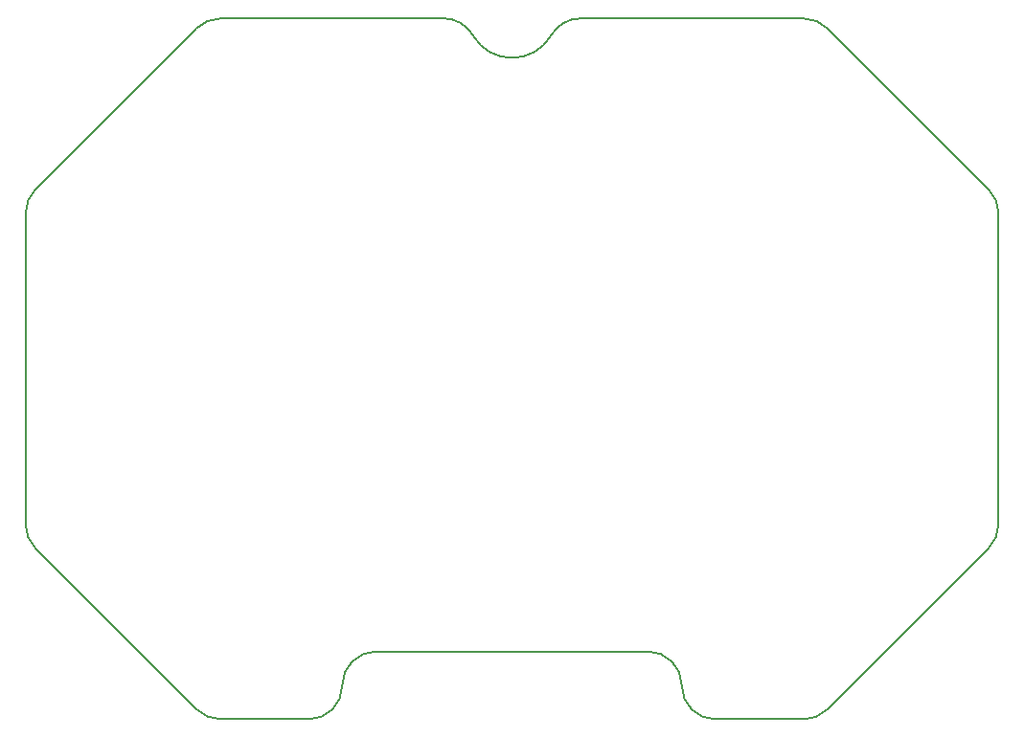
<source format=gm1>
G04*
G04 #@! TF.GenerationSoftware,Altium Limited,Altium Designer,20.1.10 (176)*
G04*
G04 Layer_Color=16711935*
%FSAX42Y42*%
%MOMM*%
G71*
G04*
G04 #@! TF.SameCoordinates,EC29B362-C5D2-4197-BC47-CE10F38E6FBA*
G04*
G04*
G04 #@! TF.FilePolarity,Positive*
G04*
G01*
G75*
%ADD13C,0.20*%
D13*
X006224Y007280D02*
G03*
X006916Y007280I000346J000200D01*
G01*
X010870Y005706D02*
G03*
X010782Y005918I-000300J000000D01*
G01*
X005370Y001830D02*
G03*
X005070Y001530I000000J-000300D01*
G01*
X009146Y001230D02*
G03*
X009358Y001318I000000J000300D01*
G01*
X008070Y001530D02*
G03*
X008370Y001230I000300J000000D01*
G01*
X007176Y007430D02*
G03*
X006916Y007280I000000J-000300D01*
G01*
X002270Y002954D02*
G03*
X002358Y002742I000300J000000D01*
G01*
X002358Y005918D02*
G03*
X002270Y005706I000212J-000212D01*
G01*
X010782Y002742D02*
G03*
X010870Y002954I-000212J000212D01*
G01*
X003994Y007430D02*
G03*
X003782Y007342I000000J-000300D01*
G01*
X003782Y001318D02*
G03*
X003994Y001230I000212J000212D01*
G01*
X008070Y001530D02*
G03*
X007770Y001830I-000300J000000D01*
G01*
X004770Y001230D02*
G03*
X005070Y001530I000000J000300D01*
G01*
X009358Y007342D02*
G03*
X009146Y007430I-000212J-000212D01*
G01*
X006224Y007280D02*
G03*
X005964Y007430I-000260J-000150D01*
G01*
X005370Y001830D02*
X007770D01*
X008370Y001230D02*
X009146D01*
X003994Y007430D02*
X005964D01*
X003994Y001230D02*
X004770D01*
X010870Y002954D02*
Y005706D01*
X002358Y005918D02*
X003782Y007342D01*
X007176Y007430D02*
X009146D01*
X009358Y001318D02*
X010782Y002742D01*
X002270Y002954D02*
Y005706D01*
X002358Y002742D02*
X003782Y001318D01*
X009358Y007342D02*
X010782Y005918D01*
M02*

</source>
